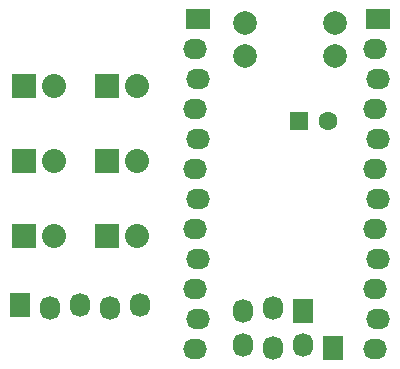
<source format=gbr>
G04 #@! TF.FileFunction,Soldermask,Top*
%FSLAX46Y46*%
G04 Gerber Fmt 4.6, Leading zero omitted, Abs format (unit mm)*
G04 Created by KiCad (PCBNEW (after 2015-may-01 BZR unknown)-product) date 6/15/2015 7:13:09 PM*
%MOMM*%
G01*
G04 APERTURE LIST*
%ADD10C,0.100000*%
%ADD11R,2.032000X1.727200*%
%ADD12O,2.032000X1.727200*%
%ADD13R,1.727200X2.032000*%
%ADD14O,1.727200X2.032000*%
%ADD15R,2.032000X2.032000*%
%ADD16O,2.032000X2.032000*%
%ADD17C,1.998980*%
%ADD18R,1.600000X1.600000*%
%ADD19C,1.600000*%
G04 APERTURE END LIST*
D10*
D11*
X101727000Y-101600000D03*
D12*
X101473000Y-104140000D03*
X101727000Y-106680000D03*
X101473000Y-109220000D03*
X101727000Y-111760000D03*
X101473000Y-114300000D03*
X101727000Y-116840000D03*
X101473000Y-119380000D03*
X101727000Y-121920000D03*
X101473000Y-124460000D03*
X101727000Y-127000000D03*
X101473000Y-129540000D03*
D11*
X116967000Y-101600000D03*
D12*
X116713000Y-104140000D03*
X116967000Y-106680000D03*
X116713000Y-109220000D03*
X116967000Y-111760000D03*
X116713000Y-114300000D03*
X116967000Y-116840000D03*
X116713000Y-119380000D03*
X116967000Y-121920000D03*
X116713000Y-124460000D03*
X116967000Y-127000000D03*
X116713000Y-129540000D03*
D13*
X86614000Y-125857000D03*
D14*
X89154000Y-126111000D03*
X91694000Y-125857000D03*
X94234000Y-126111000D03*
X96774000Y-125857000D03*
D13*
X110625000Y-126337000D03*
D14*
X108085000Y-126083000D03*
X105545000Y-126337000D03*
D13*
X113165000Y-129512000D03*
D14*
X110625000Y-129258000D03*
X108085000Y-129512000D03*
X105545000Y-129258000D03*
D15*
X93995000Y-107315000D03*
D16*
X96505000Y-107315000D03*
D15*
X87010000Y-107315000D03*
D16*
X89520000Y-107315000D03*
D15*
X93995000Y-113665000D03*
D16*
X96505000Y-113665000D03*
D15*
X87010000Y-113665000D03*
D16*
X89520000Y-113665000D03*
D15*
X93995000Y-120015000D03*
D16*
X96505000Y-120015000D03*
D15*
X87010000Y-120015000D03*
D16*
X89520000Y-120015000D03*
D17*
X113310000Y-104750000D03*
X105690000Y-104750000D03*
X113310000Y-102000000D03*
X105690000Y-102000000D03*
D18*
X110250000Y-110250000D03*
D19*
X112750000Y-110250000D03*
M02*

</source>
